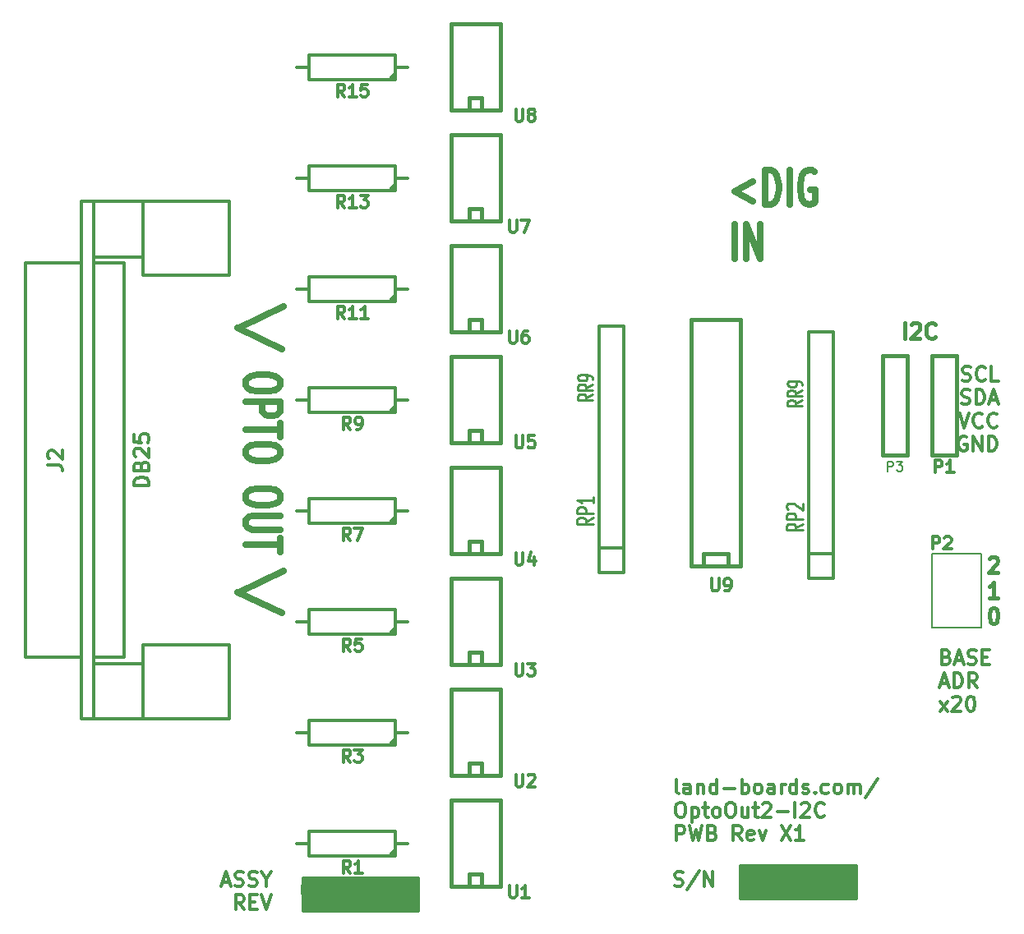
<source format=gto>
G04 (created by PCBNEW (2013-04-19 BZR 4011)-stable) date 04/06/2014 18:06:47*
%MOIN*%
G04 Gerber Fmt 3.4, Leading zero omitted, Abs format*
%FSLAX34Y34*%
G01*
G70*
G90*
G04 APERTURE LIST*
%ADD10C,0.006*%
%ADD11C,0.011811*%
%ADD12C,0.015625*%
%ADD13C,0.025*%
%ADD14C,0.015*%
%ADD15C,0.012*%
%ADD16C,0.008*%
%ADD17C,0.0125*%
%ADD18C,0.0107*%
%ADD19C,0.01*%
G04 APERTURE END LIST*
G54D10*
G54D11*
X35087Y-26679D02*
X35171Y-26707D01*
X35199Y-26735D01*
X35228Y-26792D01*
X35228Y-26876D01*
X35199Y-26932D01*
X35171Y-26960D01*
X35115Y-26989D01*
X34890Y-26989D01*
X34890Y-26398D01*
X35087Y-26398D01*
X35143Y-26426D01*
X35171Y-26454D01*
X35199Y-26510D01*
X35199Y-26567D01*
X35171Y-26623D01*
X35143Y-26651D01*
X35087Y-26679D01*
X34890Y-26679D01*
X35453Y-26820D02*
X35734Y-26820D01*
X35396Y-26989D02*
X35593Y-26398D01*
X35790Y-26989D01*
X35959Y-26960D02*
X36043Y-26989D01*
X36184Y-26989D01*
X36240Y-26960D01*
X36268Y-26932D01*
X36296Y-26876D01*
X36296Y-26820D01*
X36268Y-26764D01*
X36240Y-26735D01*
X36184Y-26707D01*
X36071Y-26679D01*
X36015Y-26651D01*
X35987Y-26623D01*
X35959Y-26567D01*
X35959Y-26510D01*
X35987Y-26454D01*
X36015Y-26426D01*
X36071Y-26398D01*
X36212Y-26398D01*
X36296Y-26426D01*
X36549Y-26679D02*
X36746Y-26679D01*
X36830Y-26989D02*
X36549Y-26989D01*
X36549Y-26398D01*
X36830Y-26398D01*
X34862Y-27765D02*
X35143Y-27765D01*
X34806Y-27933D02*
X35003Y-27343D01*
X35199Y-27933D01*
X35396Y-27933D02*
X35396Y-27343D01*
X35537Y-27343D01*
X35621Y-27371D01*
X35678Y-27427D01*
X35706Y-27483D01*
X35734Y-27596D01*
X35734Y-27680D01*
X35706Y-27793D01*
X35678Y-27849D01*
X35621Y-27905D01*
X35537Y-27933D01*
X35396Y-27933D01*
X36324Y-27933D02*
X36127Y-27652D01*
X35987Y-27933D02*
X35987Y-27343D01*
X36212Y-27343D01*
X36268Y-27371D01*
X36296Y-27399D01*
X36324Y-27455D01*
X36324Y-27540D01*
X36296Y-27596D01*
X36268Y-27624D01*
X36212Y-27652D01*
X35987Y-27652D01*
X34834Y-28878D02*
X35143Y-28485D01*
X34834Y-28485D02*
X35143Y-28878D01*
X35340Y-28344D02*
X35368Y-28316D01*
X35424Y-28288D01*
X35565Y-28288D01*
X35621Y-28316D01*
X35649Y-28344D01*
X35678Y-28400D01*
X35678Y-28456D01*
X35649Y-28541D01*
X35312Y-28878D01*
X35678Y-28878D01*
X36043Y-28288D02*
X36099Y-28288D01*
X36156Y-28316D01*
X36184Y-28344D01*
X36212Y-28400D01*
X36240Y-28513D01*
X36240Y-28653D01*
X36212Y-28766D01*
X36184Y-28822D01*
X36156Y-28850D01*
X36099Y-28878D01*
X36043Y-28878D01*
X35987Y-28850D01*
X35959Y-28822D01*
X35931Y-28766D01*
X35902Y-28653D01*
X35902Y-28513D01*
X35931Y-28400D01*
X35959Y-28344D01*
X35987Y-28316D01*
X36043Y-28288D01*
X24224Y-32239D02*
X24168Y-32210D01*
X24140Y-32154D01*
X24140Y-31648D01*
X24703Y-32239D02*
X24703Y-31929D01*
X24674Y-31873D01*
X24618Y-31845D01*
X24506Y-31845D01*
X24449Y-31873D01*
X24703Y-32210D02*
X24646Y-32239D01*
X24506Y-32239D01*
X24449Y-32210D01*
X24421Y-32154D01*
X24421Y-32098D01*
X24449Y-32042D01*
X24506Y-32014D01*
X24646Y-32014D01*
X24703Y-31985D01*
X24984Y-31845D02*
X24984Y-32239D01*
X24984Y-31901D02*
X25012Y-31873D01*
X25068Y-31845D01*
X25152Y-31845D01*
X25209Y-31873D01*
X25237Y-31929D01*
X25237Y-32239D01*
X25771Y-32239D02*
X25771Y-31648D01*
X25771Y-32210D02*
X25715Y-32239D01*
X25602Y-32239D01*
X25546Y-32210D01*
X25518Y-32182D01*
X25490Y-32126D01*
X25490Y-31957D01*
X25518Y-31901D01*
X25546Y-31873D01*
X25602Y-31845D01*
X25715Y-31845D01*
X25771Y-31873D01*
X26052Y-32014D02*
X26502Y-32014D01*
X26784Y-32239D02*
X26784Y-31648D01*
X26784Y-31873D02*
X26840Y-31845D01*
X26952Y-31845D01*
X27008Y-31873D01*
X27037Y-31901D01*
X27065Y-31957D01*
X27065Y-32126D01*
X27037Y-32182D01*
X27008Y-32210D01*
X26952Y-32239D01*
X26840Y-32239D01*
X26784Y-32210D01*
X27402Y-32239D02*
X27346Y-32210D01*
X27318Y-32182D01*
X27290Y-32126D01*
X27290Y-31957D01*
X27318Y-31901D01*
X27346Y-31873D01*
X27402Y-31845D01*
X27487Y-31845D01*
X27543Y-31873D01*
X27571Y-31901D01*
X27599Y-31957D01*
X27599Y-32126D01*
X27571Y-32182D01*
X27543Y-32210D01*
X27487Y-32239D01*
X27402Y-32239D01*
X28105Y-32239D02*
X28105Y-31929D01*
X28077Y-31873D01*
X28021Y-31845D01*
X27908Y-31845D01*
X27852Y-31873D01*
X28105Y-32210D02*
X28049Y-32239D01*
X27908Y-32239D01*
X27852Y-32210D01*
X27824Y-32154D01*
X27824Y-32098D01*
X27852Y-32042D01*
X27908Y-32014D01*
X28049Y-32014D01*
X28105Y-31985D01*
X28386Y-32239D02*
X28386Y-31845D01*
X28386Y-31957D02*
X28415Y-31901D01*
X28443Y-31873D01*
X28499Y-31845D01*
X28555Y-31845D01*
X29005Y-32239D02*
X29005Y-31648D01*
X29005Y-32210D02*
X28949Y-32239D01*
X28836Y-32239D01*
X28780Y-32210D01*
X28752Y-32182D01*
X28724Y-32126D01*
X28724Y-31957D01*
X28752Y-31901D01*
X28780Y-31873D01*
X28836Y-31845D01*
X28949Y-31845D01*
X29005Y-31873D01*
X29258Y-32210D02*
X29314Y-32239D01*
X29427Y-32239D01*
X29483Y-32210D01*
X29511Y-32154D01*
X29511Y-32126D01*
X29483Y-32070D01*
X29427Y-32042D01*
X29343Y-32042D01*
X29286Y-32014D01*
X29258Y-31957D01*
X29258Y-31929D01*
X29286Y-31873D01*
X29343Y-31845D01*
X29427Y-31845D01*
X29483Y-31873D01*
X29764Y-32182D02*
X29793Y-32210D01*
X29764Y-32239D01*
X29736Y-32210D01*
X29764Y-32182D01*
X29764Y-32239D01*
X30299Y-32210D02*
X30242Y-32239D01*
X30130Y-32239D01*
X30074Y-32210D01*
X30046Y-32182D01*
X30017Y-32126D01*
X30017Y-31957D01*
X30046Y-31901D01*
X30074Y-31873D01*
X30130Y-31845D01*
X30242Y-31845D01*
X30299Y-31873D01*
X30636Y-32239D02*
X30580Y-32210D01*
X30552Y-32182D01*
X30524Y-32126D01*
X30524Y-31957D01*
X30552Y-31901D01*
X30580Y-31873D01*
X30636Y-31845D01*
X30721Y-31845D01*
X30777Y-31873D01*
X30805Y-31901D01*
X30833Y-31957D01*
X30833Y-32126D01*
X30805Y-32182D01*
X30777Y-32210D01*
X30721Y-32239D01*
X30636Y-32239D01*
X31086Y-32239D02*
X31086Y-31845D01*
X31086Y-31901D02*
X31114Y-31873D01*
X31170Y-31845D01*
X31255Y-31845D01*
X31311Y-31873D01*
X31339Y-31929D01*
X31339Y-32239D01*
X31339Y-31929D02*
X31367Y-31873D01*
X31424Y-31845D01*
X31508Y-31845D01*
X31564Y-31873D01*
X31592Y-31929D01*
X31592Y-32239D01*
X32295Y-31620D02*
X31789Y-32379D01*
X24253Y-32593D02*
X24365Y-32593D01*
X24421Y-32621D01*
X24478Y-32677D01*
X24506Y-32790D01*
X24506Y-32987D01*
X24478Y-33099D01*
X24421Y-33155D01*
X24365Y-33183D01*
X24253Y-33183D01*
X24196Y-33155D01*
X24140Y-33099D01*
X24112Y-32987D01*
X24112Y-32790D01*
X24140Y-32677D01*
X24196Y-32621D01*
X24253Y-32593D01*
X24759Y-32790D02*
X24759Y-33380D01*
X24759Y-32818D02*
X24815Y-32790D01*
X24928Y-32790D01*
X24984Y-32818D01*
X25012Y-32846D01*
X25040Y-32902D01*
X25040Y-33071D01*
X25012Y-33127D01*
X24984Y-33155D01*
X24928Y-33183D01*
X24815Y-33183D01*
X24759Y-33155D01*
X25209Y-32790D02*
X25434Y-32790D01*
X25293Y-32593D02*
X25293Y-33099D01*
X25321Y-33155D01*
X25377Y-33183D01*
X25434Y-33183D01*
X25715Y-33183D02*
X25659Y-33155D01*
X25631Y-33127D01*
X25602Y-33071D01*
X25602Y-32902D01*
X25631Y-32846D01*
X25659Y-32818D01*
X25715Y-32790D01*
X25799Y-32790D01*
X25856Y-32818D01*
X25884Y-32846D01*
X25912Y-32902D01*
X25912Y-33071D01*
X25884Y-33127D01*
X25856Y-33155D01*
X25799Y-33183D01*
X25715Y-33183D01*
X26277Y-32593D02*
X26390Y-32593D01*
X26446Y-32621D01*
X26502Y-32677D01*
X26530Y-32790D01*
X26530Y-32987D01*
X26502Y-33099D01*
X26446Y-33155D01*
X26390Y-33183D01*
X26277Y-33183D01*
X26221Y-33155D01*
X26165Y-33099D01*
X26137Y-32987D01*
X26137Y-32790D01*
X26165Y-32677D01*
X26221Y-32621D01*
X26277Y-32593D01*
X27037Y-32790D02*
X27037Y-33183D01*
X26784Y-32790D02*
X26784Y-33099D01*
X26812Y-33155D01*
X26868Y-33183D01*
X26952Y-33183D01*
X27008Y-33155D01*
X27037Y-33127D01*
X27233Y-32790D02*
X27458Y-32790D01*
X27318Y-32593D02*
X27318Y-33099D01*
X27346Y-33155D01*
X27402Y-33183D01*
X27458Y-33183D01*
X27627Y-32649D02*
X27655Y-32621D01*
X27712Y-32593D01*
X27852Y-32593D01*
X27908Y-32621D01*
X27937Y-32649D01*
X27965Y-32705D01*
X27965Y-32762D01*
X27937Y-32846D01*
X27599Y-33183D01*
X27965Y-33183D01*
X28218Y-32958D02*
X28668Y-32958D01*
X28949Y-33183D02*
X28949Y-32593D01*
X29202Y-32649D02*
X29230Y-32621D01*
X29286Y-32593D01*
X29427Y-32593D01*
X29483Y-32621D01*
X29511Y-32649D01*
X29539Y-32705D01*
X29539Y-32762D01*
X29511Y-32846D01*
X29174Y-33183D01*
X29539Y-33183D01*
X30130Y-33127D02*
X30102Y-33155D01*
X30017Y-33183D01*
X29961Y-33183D01*
X29877Y-33155D01*
X29821Y-33099D01*
X29793Y-33043D01*
X29764Y-32930D01*
X29764Y-32846D01*
X29793Y-32733D01*
X29821Y-32677D01*
X29877Y-32621D01*
X29961Y-32593D01*
X30017Y-32593D01*
X30102Y-32621D01*
X30130Y-32649D01*
X24140Y-34128D02*
X24140Y-33538D01*
X24365Y-33538D01*
X24421Y-33566D01*
X24449Y-33594D01*
X24478Y-33650D01*
X24478Y-33735D01*
X24449Y-33791D01*
X24421Y-33819D01*
X24365Y-33847D01*
X24140Y-33847D01*
X24674Y-33538D02*
X24815Y-34128D01*
X24928Y-33706D01*
X25040Y-34128D01*
X25181Y-33538D01*
X25602Y-33819D02*
X25687Y-33847D01*
X25715Y-33875D01*
X25743Y-33931D01*
X25743Y-34016D01*
X25715Y-34072D01*
X25687Y-34100D01*
X25631Y-34128D01*
X25406Y-34128D01*
X25406Y-33538D01*
X25602Y-33538D01*
X25659Y-33566D01*
X25687Y-33594D01*
X25715Y-33650D01*
X25715Y-33706D01*
X25687Y-33763D01*
X25659Y-33791D01*
X25602Y-33819D01*
X25406Y-33819D01*
X26784Y-34128D02*
X26587Y-33847D01*
X26446Y-34128D02*
X26446Y-33538D01*
X26671Y-33538D01*
X26727Y-33566D01*
X26755Y-33594D01*
X26784Y-33650D01*
X26784Y-33735D01*
X26755Y-33791D01*
X26727Y-33819D01*
X26671Y-33847D01*
X26446Y-33847D01*
X27262Y-34100D02*
X27205Y-34128D01*
X27093Y-34128D01*
X27037Y-34100D01*
X27008Y-34044D01*
X27008Y-33819D01*
X27037Y-33763D01*
X27093Y-33735D01*
X27205Y-33735D01*
X27262Y-33763D01*
X27290Y-33819D01*
X27290Y-33875D01*
X27008Y-33931D01*
X27487Y-33735D02*
X27627Y-34128D01*
X27768Y-33735D01*
X28386Y-33538D02*
X28780Y-34128D01*
X28780Y-33538D02*
X28386Y-34128D01*
X29314Y-34128D02*
X28977Y-34128D01*
X29146Y-34128D02*
X29146Y-33538D01*
X29089Y-33622D01*
X29033Y-33678D01*
X28977Y-33706D01*
X24062Y-35960D02*
X24147Y-35989D01*
X24287Y-35989D01*
X24343Y-35960D01*
X24372Y-35932D01*
X24400Y-35876D01*
X24400Y-35820D01*
X24372Y-35764D01*
X24343Y-35735D01*
X24287Y-35707D01*
X24175Y-35679D01*
X24118Y-35651D01*
X24090Y-35623D01*
X24062Y-35567D01*
X24062Y-35510D01*
X24090Y-35454D01*
X24118Y-35426D01*
X24175Y-35398D01*
X24315Y-35398D01*
X24400Y-35426D01*
X25075Y-35370D02*
X24568Y-36129D01*
X25271Y-35989D02*
X25271Y-35398D01*
X25609Y-35989D01*
X25609Y-35398D01*
G54D12*
X33389Y-13752D02*
X33389Y-13127D01*
X33657Y-13187D02*
X33687Y-13157D01*
X33747Y-13127D01*
X33895Y-13127D01*
X33955Y-13157D01*
X33985Y-13187D01*
X34014Y-13247D01*
X34014Y-13306D01*
X33985Y-13395D01*
X33627Y-13752D01*
X34014Y-13752D01*
X34639Y-13693D02*
X34610Y-13723D01*
X34520Y-13752D01*
X34461Y-13752D01*
X34372Y-13723D01*
X34312Y-13663D01*
X34282Y-13604D01*
X34252Y-13485D01*
X34252Y-13395D01*
X34282Y-13276D01*
X34312Y-13217D01*
X34372Y-13157D01*
X34461Y-13127D01*
X34520Y-13127D01*
X34610Y-13157D01*
X34639Y-13187D01*
G54D11*
X35731Y-15460D02*
X35815Y-15489D01*
X35956Y-15489D01*
X36012Y-15460D01*
X36040Y-15432D01*
X36068Y-15376D01*
X36068Y-15320D01*
X36040Y-15264D01*
X36012Y-15235D01*
X35956Y-15207D01*
X35843Y-15179D01*
X35787Y-15151D01*
X35759Y-15123D01*
X35731Y-15067D01*
X35731Y-15010D01*
X35759Y-14954D01*
X35787Y-14926D01*
X35843Y-14898D01*
X35984Y-14898D01*
X36068Y-14926D01*
X36659Y-15432D02*
X36631Y-15460D01*
X36546Y-15489D01*
X36490Y-15489D01*
X36406Y-15460D01*
X36350Y-15404D01*
X36321Y-15348D01*
X36293Y-15235D01*
X36293Y-15151D01*
X36321Y-15039D01*
X36350Y-14982D01*
X36406Y-14926D01*
X36490Y-14898D01*
X36546Y-14898D01*
X36631Y-14926D01*
X36659Y-14954D01*
X37193Y-15489D02*
X36912Y-15489D01*
X36912Y-14898D01*
X35703Y-16405D02*
X35787Y-16433D01*
X35928Y-16433D01*
X35984Y-16405D01*
X36012Y-16377D01*
X36040Y-16321D01*
X36040Y-16265D01*
X36012Y-16208D01*
X35984Y-16180D01*
X35928Y-16152D01*
X35815Y-16124D01*
X35759Y-16096D01*
X35731Y-16068D01*
X35703Y-16012D01*
X35703Y-15955D01*
X35731Y-15899D01*
X35759Y-15871D01*
X35815Y-15843D01*
X35956Y-15843D01*
X36040Y-15871D01*
X36293Y-16433D02*
X36293Y-15843D01*
X36434Y-15843D01*
X36518Y-15871D01*
X36575Y-15927D01*
X36603Y-15983D01*
X36631Y-16096D01*
X36631Y-16180D01*
X36603Y-16293D01*
X36575Y-16349D01*
X36518Y-16405D01*
X36434Y-16433D01*
X36293Y-16433D01*
X36856Y-16265D02*
X37137Y-16265D01*
X36800Y-16433D02*
X36996Y-15843D01*
X37193Y-16433D01*
X35618Y-16788D02*
X35815Y-17378D01*
X36012Y-16788D01*
X36546Y-17322D02*
X36518Y-17350D01*
X36434Y-17378D01*
X36378Y-17378D01*
X36293Y-17350D01*
X36237Y-17294D01*
X36209Y-17238D01*
X36181Y-17125D01*
X36181Y-17041D01*
X36209Y-16928D01*
X36237Y-16872D01*
X36293Y-16816D01*
X36378Y-16788D01*
X36434Y-16788D01*
X36518Y-16816D01*
X36546Y-16844D01*
X37137Y-17322D02*
X37109Y-17350D01*
X37025Y-17378D01*
X36968Y-17378D01*
X36884Y-17350D01*
X36828Y-17294D01*
X36800Y-17238D01*
X36771Y-17125D01*
X36771Y-17041D01*
X36800Y-16928D01*
X36828Y-16872D01*
X36884Y-16816D01*
X36968Y-16788D01*
X37025Y-16788D01*
X37109Y-16816D01*
X37137Y-16844D01*
X35900Y-17761D02*
X35843Y-17733D01*
X35759Y-17733D01*
X35675Y-17761D01*
X35618Y-17817D01*
X35590Y-17873D01*
X35562Y-17986D01*
X35562Y-18070D01*
X35590Y-18183D01*
X35618Y-18239D01*
X35675Y-18295D01*
X35759Y-18323D01*
X35815Y-18323D01*
X35900Y-18295D01*
X35928Y-18267D01*
X35928Y-18070D01*
X35815Y-18070D01*
X36181Y-18323D02*
X36181Y-17733D01*
X36518Y-18323D01*
X36518Y-17733D01*
X36800Y-18323D02*
X36800Y-17733D01*
X36940Y-17733D01*
X37025Y-17761D01*
X37081Y-17817D01*
X37109Y-17873D01*
X37137Y-17986D01*
X37137Y-18070D01*
X37109Y-18183D01*
X37081Y-18239D01*
X37025Y-18295D01*
X36940Y-18323D01*
X36800Y-18323D01*
G54D12*
X36821Y-22687D02*
X36851Y-22657D01*
X36910Y-22627D01*
X37059Y-22627D01*
X37119Y-22657D01*
X37148Y-22687D01*
X37178Y-22747D01*
X37178Y-22806D01*
X37148Y-22895D01*
X36791Y-23252D01*
X37178Y-23252D01*
X37178Y-24284D02*
X36821Y-24284D01*
X37000Y-24284D02*
X37000Y-23659D01*
X36940Y-23748D01*
X36880Y-23808D01*
X36821Y-23837D01*
X36970Y-24690D02*
X37029Y-24690D01*
X37089Y-24720D01*
X37119Y-24750D01*
X37148Y-24809D01*
X37178Y-24928D01*
X37178Y-25077D01*
X37148Y-25196D01*
X37119Y-25255D01*
X37089Y-25285D01*
X37029Y-25315D01*
X36970Y-25315D01*
X36910Y-25285D01*
X36880Y-25255D01*
X36851Y-25196D01*
X36821Y-25077D01*
X36821Y-24928D01*
X36851Y-24809D01*
X36880Y-24750D01*
X36910Y-24720D01*
X36970Y-24690D01*
G54D13*
X8216Y-12476D02*
X6416Y-13333D01*
X8150Y-14190D02*
X6350Y-13333D01*
X8083Y-15476D02*
X8083Y-15666D01*
X8016Y-15761D01*
X7883Y-15857D01*
X7616Y-15904D01*
X7150Y-15904D01*
X6883Y-15857D01*
X6750Y-15761D01*
X6683Y-15666D01*
X6683Y-15476D01*
X6750Y-15380D01*
X6883Y-15285D01*
X7150Y-15238D01*
X7616Y-15238D01*
X7883Y-15285D01*
X8016Y-15380D01*
X8083Y-15476D01*
X6683Y-16333D02*
X8083Y-16333D01*
X8083Y-16714D01*
X8016Y-16809D01*
X7950Y-16857D01*
X7816Y-16904D01*
X7616Y-16904D01*
X7483Y-16857D01*
X7416Y-16809D01*
X7350Y-16714D01*
X7350Y-16333D01*
X8083Y-17190D02*
X8083Y-17761D01*
X6683Y-17476D02*
X8083Y-17476D01*
X8083Y-18285D02*
X8083Y-18476D01*
X8016Y-18571D01*
X7883Y-18666D01*
X7616Y-18714D01*
X7150Y-18714D01*
X6883Y-18666D01*
X6750Y-18571D01*
X6683Y-18476D01*
X6683Y-18285D01*
X6750Y-18190D01*
X6883Y-18095D01*
X7150Y-18047D01*
X7616Y-18047D01*
X7883Y-18095D01*
X8016Y-18190D01*
X8083Y-18285D01*
X8083Y-20095D02*
X8083Y-20285D01*
X8016Y-20380D01*
X7883Y-20476D01*
X7616Y-20523D01*
X7150Y-20523D01*
X6883Y-20476D01*
X6750Y-20380D01*
X6683Y-20285D01*
X6683Y-20095D01*
X6750Y-20000D01*
X6883Y-19904D01*
X7150Y-19857D01*
X7616Y-19857D01*
X7883Y-19904D01*
X8016Y-20000D01*
X8083Y-20095D01*
X8083Y-20952D02*
X6950Y-20952D01*
X6816Y-21000D01*
X6750Y-21047D01*
X6683Y-21142D01*
X6683Y-21333D01*
X6750Y-21428D01*
X6816Y-21476D01*
X6950Y-21523D01*
X8083Y-21523D01*
X8083Y-21857D02*
X8083Y-22428D01*
X6683Y-22142D02*
X8083Y-22142D01*
X8216Y-23190D02*
X6416Y-24047D01*
X8150Y-24904D02*
X6350Y-24047D01*
X27250Y-7383D02*
X26488Y-7783D01*
X27250Y-8183D01*
X27726Y-8316D02*
X27726Y-6916D01*
X27964Y-6916D01*
X28107Y-6983D01*
X28202Y-7116D01*
X28250Y-7250D01*
X28297Y-7516D01*
X28297Y-7716D01*
X28250Y-7983D01*
X28202Y-8116D01*
X28107Y-8250D01*
X27964Y-8316D01*
X27726Y-8316D01*
X28726Y-8316D02*
X28726Y-6916D01*
X29726Y-6983D02*
X29630Y-6916D01*
X29488Y-6916D01*
X29345Y-6983D01*
X29250Y-7116D01*
X29202Y-7250D01*
X29154Y-7516D01*
X29154Y-7716D01*
X29202Y-7983D01*
X29250Y-8116D01*
X29345Y-8250D01*
X29488Y-8316D01*
X29583Y-8316D01*
X29726Y-8250D01*
X29773Y-8183D01*
X29773Y-7716D01*
X29583Y-7716D01*
X26488Y-10526D02*
X26488Y-9126D01*
X26964Y-10526D02*
X26964Y-9126D01*
X27535Y-10526D01*
X27535Y-9126D01*
G54D11*
X5725Y-35820D02*
X6006Y-35820D01*
X5669Y-35989D02*
X5865Y-35398D01*
X6062Y-35989D01*
X6231Y-35960D02*
X6315Y-35989D01*
X6456Y-35989D01*
X6512Y-35960D01*
X6540Y-35932D01*
X6568Y-35876D01*
X6568Y-35820D01*
X6540Y-35764D01*
X6512Y-35735D01*
X6456Y-35707D01*
X6343Y-35679D01*
X6287Y-35651D01*
X6259Y-35623D01*
X6231Y-35567D01*
X6231Y-35510D01*
X6259Y-35454D01*
X6287Y-35426D01*
X6343Y-35398D01*
X6484Y-35398D01*
X6568Y-35426D01*
X6793Y-35960D02*
X6878Y-35989D01*
X7018Y-35989D01*
X7075Y-35960D01*
X7103Y-35932D01*
X7131Y-35876D01*
X7131Y-35820D01*
X7103Y-35764D01*
X7075Y-35735D01*
X7018Y-35707D01*
X6906Y-35679D01*
X6850Y-35651D01*
X6821Y-35623D01*
X6793Y-35567D01*
X6793Y-35510D01*
X6821Y-35454D01*
X6850Y-35426D01*
X6906Y-35398D01*
X7046Y-35398D01*
X7131Y-35426D01*
X7496Y-35707D02*
X7496Y-35989D01*
X7300Y-35398D02*
X7496Y-35707D01*
X7693Y-35398D01*
X6597Y-36933D02*
X6400Y-36652D01*
X6259Y-36933D02*
X6259Y-36343D01*
X6484Y-36343D01*
X6540Y-36371D01*
X6568Y-36399D01*
X6597Y-36455D01*
X6597Y-36540D01*
X6568Y-36596D01*
X6540Y-36624D01*
X6484Y-36652D01*
X6259Y-36652D01*
X6850Y-36624D02*
X7046Y-36624D01*
X7131Y-36933D02*
X6850Y-36933D01*
X6850Y-36343D01*
X7131Y-36343D01*
X7300Y-36343D02*
X7496Y-36933D01*
X7693Y-36343D01*
G54D13*
X31350Y-36250D02*
X26850Y-36250D01*
X26850Y-36250D02*
X26850Y-36000D01*
X26850Y-36000D02*
X31350Y-36000D01*
X31350Y-36000D02*
X31350Y-35750D01*
X31350Y-35750D02*
X26800Y-35750D01*
X26800Y-35750D02*
X26800Y-35500D01*
X26800Y-35500D02*
X31350Y-35500D01*
X31350Y-35500D02*
X31350Y-35300D01*
X31350Y-35300D02*
X26850Y-35300D01*
G54D14*
X26750Y-36450D02*
X31400Y-36450D01*
X31400Y-36450D02*
X31400Y-35150D01*
X31400Y-35150D02*
X26750Y-35150D01*
X26750Y-35150D02*
X26750Y-36450D01*
G54D15*
X12750Y-3250D02*
X12750Y-2250D01*
X12750Y-2250D02*
X9250Y-2250D01*
X9250Y-2250D02*
X9250Y-3250D01*
X9250Y-3250D02*
X12750Y-3250D01*
X12750Y-3000D02*
X12500Y-3250D01*
X12750Y-2750D02*
X13250Y-2750D01*
X9250Y-2750D02*
X8750Y-2750D01*
X12750Y-7750D02*
X12750Y-6750D01*
X12750Y-6750D02*
X9250Y-6750D01*
X9250Y-6750D02*
X9250Y-7750D01*
X9250Y-7750D02*
X12750Y-7750D01*
X12750Y-7500D02*
X12500Y-7750D01*
X12750Y-7250D02*
X13250Y-7250D01*
X9250Y-7250D02*
X8750Y-7250D01*
X12750Y-12250D02*
X12750Y-11250D01*
X12750Y-11250D02*
X9250Y-11250D01*
X9250Y-11250D02*
X9250Y-12250D01*
X9250Y-12250D02*
X12750Y-12250D01*
X12750Y-12000D02*
X12500Y-12250D01*
X12750Y-11750D02*
X13250Y-11750D01*
X9250Y-11750D02*
X8750Y-11750D01*
X12750Y-16750D02*
X12750Y-15750D01*
X12750Y-15750D02*
X9250Y-15750D01*
X9250Y-15750D02*
X9250Y-16750D01*
X9250Y-16750D02*
X12750Y-16750D01*
X12750Y-16500D02*
X12500Y-16750D01*
X12750Y-16250D02*
X13250Y-16250D01*
X9250Y-16250D02*
X8750Y-16250D01*
X12750Y-21250D02*
X12750Y-20250D01*
X12750Y-20250D02*
X9250Y-20250D01*
X9250Y-20250D02*
X9250Y-21250D01*
X9250Y-21250D02*
X12750Y-21250D01*
X12750Y-21000D02*
X12500Y-21250D01*
X12750Y-20750D02*
X13250Y-20750D01*
X9250Y-20750D02*
X8750Y-20750D01*
X12750Y-25750D02*
X12750Y-24750D01*
X12750Y-24750D02*
X9250Y-24750D01*
X9250Y-24750D02*
X9250Y-25750D01*
X9250Y-25750D02*
X12750Y-25750D01*
X12750Y-25500D02*
X12500Y-25750D01*
X12750Y-25250D02*
X13250Y-25250D01*
X9250Y-25250D02*
X8750Y-25250D01*
X12750Y-34750D02*
X12750Y-33750D01*
X12750Y-33750D02*
X9250Y-33750D01*
X9250Y-33750D02*
X9250Y-34750D01*
X9250Y-34750D02*
X12750Y-34750D01*
X12750Y-34500D02*
X12500Y-34750D01*
X12750Y-34250D02*
X13250Y-34250D01*
X9250Y-34250D02*
X8750Y-34250D01*
X12750Y-30250D02*
X12750Y-29250D01*
X12750Y-29250D02*
X9250Y-29250D01*
X9250Y-29250D02*
X9250Y-30250D01*
X9250Y-30250D02*
X12750Y-30250D01*
X12750Y-30000D02*
X12500Y-30250D01*
X12750Y-29750D02*
X13250Y-29750D01*
X9250Y-29750D02*
X8750Y-29750D01*
G54D14*
X15000Y-36000D02*
X15000Y-32500D01*
X15000Y-32500D02*
X17000Y-32500D01*
X17000Y-32500D02*
X17000Y-36000D01*
X17000Y-36000D02*
X15000Y-36000D01*
X15750Y-36000D02*
X15750Y-35500D01*
X15750Y-35500D02*
X16250Y-35500D01*
X16250Y-35500D02*
X16250Y-36000D01*
X15000Y-4500D02*
X15000Y-1000D01*
X15000Y-1000D02*
X17000Y-1000D01*
X17000Y-1000D02*
X17000Y-4500D01*
X17000Y-4500D02*
X15000Y-4500D01*
X15750Y-4500D02*
X15750Y-4000D01*
X15750Y-4000D02*
X16250Y-4000D01*
X16250Y-4000D02*
X16250Y-4500D01*
X15000Y-9000D02*
X15000Y-5500D01*
X15000Y-5500D02*
X17000Y-5500D01*
X17000Y-5500D02*
X17000Y-9000D01*
X17000Y-9000D02*
X15000Y-9000D01*
X15750Y-9000D02*
X15750Y-8500D01*
X15750Y-8500D02*
X16250Y-8500D01*
X16250Y-8500D02*
X16250Y-9000D01*
X15000Y-13500D02*
X15000Y-10000D01*
X15000Y-10000D02*
X17000Y-10000D01*
X17000Y-10000D02*
X17000Y-13500D01*
X17000Y-13500D02*
X15000Y-13500D01*
X15750Y-13500D02*
X15750Y-13000D01*
X15750Y-13000D02*
X16250Y-13000D01*
X16250Y-13000D02*
X16250Y-13500D01*
X15000Y-18000D02*
X15000Y-14500D01*
X15000Y-14500D02*
X17000Y-14500D01*
X17000Y-14500D02*
X17000Y-18000D01*
X17000Y-18000D02*
X15000Y-18000D01*
X15750Y-18000D02*
X15750Y-17500D01*
X15750Y-17500D02*
X16250Y-17500D01*
X16250Y-17500D02*
X16250Y-18000D01*
X15000Y-22500D02*
X15000Y-19000D01*
X15000Y-19000D02*
X17000Y-19000D01*
X17000Y-19000D02*
X17000Y-22500D01*
X17000Y-22500D02*
X15000Y-22500D01*
X15750Y-22500D02*
X15750Y-22000D01*
X15750Y-22000D02*
X16250Y-22000D01*
X16250Y-22000D02*
X16250Y-22500D01*
X15000Y-27000D02*
X15000Y-23500D01*
X15000Y-23500D02*
X17000Y-23500D01*
X17000Y-23500D02*
X17000Y-27000D01*
X17000Y-27000D02*
X15000Y-27000D01*
X15750Y-27000D02*
X15750Y-26500D01*
X15750Y-26500D02*
X16250Y-26500D01*
X16250Y-26500D02*
X16250Y-27000D01*
X15000Y-31500D02*
X15000Y-28000D01*
X15000Y-28000D02*
X17000Y-28000D01*
X17000Y-28000D02*
X17000Y-31500D01*
X17000Y-31500D02*
X15000Y-31500D01*
X15750Y-31500D02*
X15750Y-31000D01*
X15750Y-31000D02*
X16250Y-31000D01*
X16250Y-31000D02*
X16250Y-31500D01*
G54D13*
X13600Y-36750D02*
X9100Y-36750D01*
X9100Y-36750D02*
X9100Y-36500D01*
X9100Y-36500D02*
X13600Y-36500D01*
X13600Y-36500D02*
X13600Y-36250D01*
X13600Y-36250D02*
X9050Y-36250D01*
X9050Y-36250D02*
X9050Y-36000D01*
X9050Y-36000D02*
X13600Y-36000D01*
X13600Y-36000D02*
X13600Y-35800D01*
X13600Y-35800D02*
X9100Y-35800D01*
G54D14*
X9000Y-36950D02*
X13650Y-36950D01*
X13650Y-36950D02*
X13650Y-35650D01*
X13650Y-35650D02*
X9000Y-35650D01*
X9000Y-35650D02*
X9000Y-36950D01*
X34508Y-18492D02*
X34508Y-14457D01*
X34508Y-14457D02*
X35492Y-14457D01*
X34508Y-18492D02*
X35492Y-18492D01*
X35492Y-18492D02*
X35492Y-14457D01*
G54D16*
X34500Y-25500D02*
X34500Y-22500D01*
X36500Y-22500D02*
X36500Y-25500D01*
X36500Y-25500D02*
X34500Y-25500D01*
X34500Y-22500D02*
X36500Y-22500D01*
G54D14*
X25250Y-23000D02*
X25250Y-22500D01*
X25250Y-22500D02*
X26250Y-22500D01*
X26250Y-22500D02*
X26250Y-23000D01*
X24750Y-23000D02*
X24750Y-13000D01*
X24750Y-13000D02*
X26750Y-13000D01*
X26750Y-13000D02*
X26750Y-23000D01*
X26750Y-23000D02*
X24750Y-23000D01*
G54D15*
X500Y-8200D02*
X6000Y-8200D01*
X2500Y-11200D02*
X6000Y-11200D01*
X500Y-10450D02*
X2500Y-10450D01*
X500Y-26950D02*
X2500Y-26950D01*
X2500Y-26200D02*
X6000Y-26200D01*
X6000Y-29200D02*
X500Y-29200D01*
X2500Y-8200D02*
X2500Y-11200D01*
X2500Y-29200D02*
X2500Y-26200D01*
X1750Y-10700D02*
X500Y-10700D01*
X1750Y-26700D02*
X500Y-26700D01*
X-2250Y-10700D02*
X0Y-10700D01*
X-2250Y-26700D02*
X0Y-26700D01*
X500Y-8200D02*
X0Y-8200D01*
X0Y-8200D02*
X0Y-29200D01*
X0Y-29200D02*
X500Y-29200D01*
X500Y-29200D02*
X500Y-8200D01*
X6000Y-11200D02*
X6000Y-8200D01*
X1750Y-26700D02*
X1750Y-10700D01*
X-2250Y-26700D02*
X-2250Y-10700D01*
X6000Y-29200D02*
X6000Y-26200D01*
X22000Y-23250D02*
X21000Y-23250D01*
X21000Y-23250D02*
X21000Y-13250D01*
X21000Y-13250D02*
X22000Y-13250D01*
X22000Y-13250D02*
X22000Y-23250D01*
X22000Y-22250D02*
X21000Y-22250D01*
X30500Y-23500D02*
X29500Y-23500D01*
X29500Y-23500D02*
X29500Y-13500D01*
X29500Y-13500D02*
X30500Y-13500D01*
X30500Y-13500D02*
X30500Y-23500D01*
X30500Y-22500D02*
X29500Y-22500D01*
G54D14*
X32508Y-18492D02*
X32508Y-14457D01*
X32508Y-14457D02*
X33492Y-14457D01*
X32508Y-18492D02*
X33492Y-18492D01*
X33492Y-18492D02*
X33492Y-14457D01*
G54D17*
X10678Y-3952D02*
X10511Y-3714D01*
X10392Y-3952D02*
X10392Y-3452D01*
X10583Y-3452D01*
X10630Y-3476D01*
X10654Y-3500D01*
X10678Y-3547D01*
X10678Y-3619D01*
X10654Y-3666D01*
X10630Y-3690D01*
X10583Y-3714D01*
X10392Y-3714D01*
X11154Y-3952D02*
X10869Y-3952D01*
X11011Y-3952D02*
X11011Y-3452D01*
X10964Y-3523D01*
X10916Y-3571D01*
X10869Y-3595D01*
X11607Y-3452D02*
X11369Y-3452D01*
X11345Y-3690D01*
X11369Y-3666D01*
X11416Y-3642D01*
X11535Y-3642D01*
X11583Y-3666D01*
X11607Y-3690D01*
X11630Y-3738D01*
X11630Y-3857D01*
X11607Y-3904D01*
X11583Y-3928D01*
X11535Y-3952D01*
X11416Y-3952D01*
X11369Y-3928D01*
X11345Y-3904D01*
X10678Y-8452D02*
X10511Y-8214D01*
X10392Y-8452D02*
X10392Y-7952D01*
X10583Y-7952D01*
X10630Y-7976D01*
X10654Y-8000D01*
X10678Y-8047D01*
X10678Y-8119D01*
X10654Y-8166D01*
X10630Y-8190D01*
X10583Y-8214D01*
X10392Y-8214D01*
X11154Y-8452D02*
X10869Y-8452D01*
X11011Y-8452D02*
X11011Y-7952D01*
X10964Y-8023D01*
X10916Y-8071D01*
X10869Y-8095D01*
X11321Y-7952D02*
X11630Y-7952D01*
X11464Y-8142D01*
X11535Y-8142D01*
X11583Y-8166D01*
X11607Y-8190D01*
X11630Y-8238D01*
X11630Y-8357D01*
X11607Y-8404D01*
X11583Y-8428D01*
X11535Y-8452D01*
X11392Y-8452D01*
X11345Y-8428D01*
X11321Y-8404D01*
X10678Y-12952D02*
X10511Y-12714D01*
X10392Y-12952D02*
X10392Y-12452D01*
X10583Y-12452D01*
X10630Y-12476D01*
X10654Y-12500D01*
X10678Y-12547D01*
X10678Y-12619D01*
X10654Y-12666D01*
X10630Y-12690D01*
X10583Y-12714D01*
X10392Y-12714D01*
X11154Y-12952D02*
X10869Y-12952D01*
X11011Y-12952D02*
X11011Y-12452D01*
X10964Y-12523D01*
X10916Y-12571D01*
X10869Y-12595D01*
X11630Y-12952D02*
X11345Y-12952D01*
X11488Y-12952D02*
X11488Y-12452D01*
X11440Y-12523D01*
X11392Y-12571D01*
X11345Y-12595D01*
X10916Y-17452D02*
X10750Y-17214D01*
X10630Y-17452D02*
X10630Y-16952D01*
X10821Y-16952D01*
X10869Y-16976D01*
X10892Y-17000D01*
X10916Y-17047D01*
X10916Y-17119D01*
X10892Y-17166D01*
X10869Y-17190D01*
X10821Y-17214D01*
X10630Y-17214D01*
X11154Y-17452D02*
X11250Y-17452D01*
X11297Y-17428D01*
X11321Y-17404D01*
X11369Y-17333D01*
X11392Y-17238D01*
X11392Y-17047D01*
X11369Y-17000D01*
X11345Y-16976D01*
X11297Y-16952D01*
X11202Y-16952D01*
X11154Y-16976D01*
X11130Y-17000D01*
X11107Y-17047D01*
X11107Y-17166D01*
X11130Y-17214D01*
X11154Y-17238D01*
X11202Y-17261D01*
X11297Y-17261D01*
X11345Y-17238D01*
X11369Y-17214D01*
X11392Y-17166D01*
X10916Y-21952D02*
X10750Y-21714D01*
X10630Y-21952D02*
X10630Y-21452D01*
X10821Y-21452D01*
X10869Y-21476D01*
X10892Y-21500D01*
X10916Y-21547D01*
X10916Y-21619D01*
X10892Y-21666D01*
X10869Y-21690D01*
X10821Y-21714D01*
X10630Y-21714D01*
X11083Y-21452D02*
X11416Y-21452D01*
X11202Y-21952D01*
X10916Y-26452D02*
X10750Y-26214D01*
X10630Y-26452D02*
X10630Y-25952D01*
X10821Y-25952D01*
X10869Y-25976D01*
X10892Y-26000D01*
X10916Y-26047D01*
X10916Y-26119D01*
X10892Y-26166D01*
X10869Y-26190D01*
X10821Y-26214D01*
X10630Y-26214D01*
X11369Y-25952D02*
X11130Y-25952D01*
X11107Y-26190D01*
X11130Y-26166D01*
X11178Y-26142D01*
X11297Y-26142D01*
X11345Y-26166D01*
X11369Y-26190D01*
X11392Y-26238D01*
X11392Y-26357D01*
X11369Y-26404D01*
X11345Y-26428D01*
X11297Y-26452D01*
X11178Y-26452D01*
X11130Y-26428D01*
X11107Y-26404D01*
X10916Y-35452D02*
X10750Y-35214D01*
X10630Y-35452D02*
X10630Y-34952D01*
X10821Y-34952D01*
X10869Y-34976D01*
X10892Y-35000D01*
X10916Y-35047D01*
X10916Y-35119D01*
X10892Y-35166D01*
X10869Y-35190D01*
X10821Y-35214D01*
X10630Y-35214D01*
X11392Y-35452D02*
X11107Y-35452D01*
X11250Y-35452D02*
X11250Y-34952D01*
X11202Y-35023D01*
X11154Y-35071D01*
X11107Y-35095D01*
X10916Y-30952D02*
X10750Y-30714D01*
X10630Y-30952D02*
X10630Y-30452D01*
X10821Y-30452D01*
X10869Y-30476D01*
X10892Y-30500D01*
X10916Y-30547D01*
X10916Y-30619D01*
X10892Y-30666D01*
X10869Y-30690D01*
X10821Y-30714D01*
X10630Y-30714D01*
X11083Y-30452D02*
X11392Y-30452D01*
X11226Y-30642D01*
X11297Y-30642D01*
X11345Y-30666D01*
X11369Y-30690D01*
X11392Y-30738D01*
X11392Y-30857D01*
X11369Y-30904D01*
X11345Y-30928D01*
X11297Y-30952D01*
X11154Y-30952D01*
X11107Y-30928D01*
X11083Y-30904D01*
X17369Y-35952D02*
X17369Y-36357D01*
X17392Y-36404D01*
X17416Y-36428D01*
X17464Y-36452D01*
X17559Y-36452D01*
X17607Y-36428D01*
X17630Y-36404D01*
X17654Y-36357D01*
X17654Y-35952D01*
X18154Y-36452D02*
X17869Y-36452D01*
X18011Y-36452D02*
X18011Y-35952D01*
X17964Y-36023D01*
X17916Y-36071D01*
X17869Y-36095D01*
X17619Y-4452D02*
X17619Y-4857D01*
X17642Y-4904D01*
X17666Y-4928D01*
X17714Y-4952D01*
X17809Y-4952D01*
X17857Y-4928D01*
X17880Y-4904D01*
X17904Y-4857D01*
X17904Y-4452D01*
X18214Y-4666D02*
X18166Y-4642D01*
X18142Y-4619D01*
X18119Y-4571D01*
X18119Y-4547D01*
X18142Y-4500D01*
X18166Y-4476D01*
X18214Y-4452D01*
X18309Y-4452D01*
X18357Y-4476D01*
X18380Y-4500D01*
X18404Y-4547D01*
X18404Y-4571D01*
X18380Y-4619D01*
X18357Y-4642D01*
X18309Y-4666D01*
X18214Y-4666D01*
X18166Y-4690D01*
X18142Y-4714D01*
X18119Y-4761D01*
X18119Y-4857D01*
X18142Y-4904D01*
X18166Y-4928D01*
X18214Y-4952D01*
X18309Y-4952D01*
X18357Y-4928D01*
X18380Y-4904D01*
X18404Y-4857D01*
X18404Y-4761D01*
X18380Y-4714D01*
X18357Y-4690D01*
X18309Y-4666D01*
X17369Y-8952D02*
X17369Y-9357D01*
X17392Y-9404D01*
X17416Y-9428D01*
X17464Y-9452D01*
X17559Y-9452D01*
X17607Y-9428D01*
X17630Y-9404D01*
X17654Y-9357D01*
X17654Y-8952D01*
X17845Y-8952D02*
X18178Y-8952D01*
X17964Y-9452D01*
X17369Y-13452D02*
X17369Y-13857D01*
X17392Y-13904D01*
X17416Y-13928D01*
X17464Y-13952D01*
X17559Y-13952D01*
X17607Y-13928D01*
X17630Y-13904D01*
X17654Y-13857D01*
X17654Y-13452D01*
X18107Y-13452D02*
X18011Y-13452D01*
X17964Y-13476D01*
X17940Y-13500D01*
X17892Y-13571D01*
X17869Y-13666D01*
X17869Y-13857D01*
X17892Y-13904D01*
X17916Y-13928D01*
X17964Y-13952D01*
X18059Y-13952D01*
X18107Y-13928D01*
X18130Y-13904D01*
X18154Y-13857D01*
X18154Y-13738D01*
X18130Y-13690D01*
X18107Y-13666D01*
X18059Y-13642D01*
X17964Y-13642D01*
X17916Y-13666D01*
X17892Y-13690D01*
X17869Y-13738D01*
X17619Y-17702D02*
X17619Y-18107D01*
X17642Y-18154D01*
X17666Y-18178D01*
X17714Y-18202D01*
X17809Y-18202D01*
X17857Y-18178D01*
X17880Y-18154D01*
X17904Y-18107D01*
X17904Y-17702D01*
X18380Y-17702D02*
X18142Y-17702D01*
X18119Y-17940D01*
X18142Y-17916D01*
X18190Y-17892D01*
X18309Y-17892D01*
X18357Y-17916D01*
X18380Y-17940D01*
X18404Y-17988D01*
X18404Y-18107D01*
X18380Y-18154D01*
X18357Y-18178D01*
X18309Y-18202D01*
X18190Y-18202D01*
X18142Y-18178D01*
X18119Y-18154D01*
X17619Y-22452D02*
X17619Y-22857D01*
X17642Y-22904D01*
X17666Y-22928D01*
X17714Y-22952D01*
X17809Y-22952D01*
X17857Y-22928D01*
X17880Y-22904D01*
X17904Y-22857D01*
X17904Y-22452D01*
X18357Y-22619D02*
X18357Y-22952D01*
X18238Y-22428D02*
X18119Y-22785D01*
X18428Y-22785D01*
X17619Y-26952D02*
X17619Y-27357D01*
X17642Y-27404D01*
X17666Y-27428D01*
X17714Y-27452D01*
X17809Y-27452D01*
X17857Y-27428D01*
X17880Y-27404D01*
X17904Y-27357D01*
X17904Y-26952D01*
X18095Y-26952D02*
X18404Y-26952D01*
X18238Y-27142D01*
X18309Y-27142D01*
X18357Y-27166D01*
X18380Y-27190D01*
X18404Y-27238D01*
X18404Y-27357D01*
X18380Y-27404D01*
X18357Y-27428D01*
X18309Y-27452D01*
X18166Y-27452D01*
X18119Y-27428D01*
X18095Y-27404D01*
X17619Y-31452D02*
X17619Y-31857D01*
X17642Y-31904D01*
X17666Y-31928D01*
X17714Y-31952D01*
X17809Y-31952D01*
X17857Y-31928D01*
X17880Y-31904D01*
X17904Y-31857D01*
X17904Y-31452D01*
X18119Y-31500D02*
X18142Y-31476D01*
X18190Y-31452D01*
X18309Y-31452D01*
X18357Y-31476D01*
X18380Y-31500D01*
X18404Y-31547D01*
X18404Y-31595D01*
X18380Y-31666D01*
X18095Y-31952D01*
X18404Y-31952D01*
X34630Y-19202D02*
X34630Y-18702D01*
X34821Y-18702D01*
X34869Y-18726D01*
X34892Y-18750D01*
X34916Y-18797D01*
X34916Y-18869D01*
X34892Y-18916D01*
X34869Y-18940D01*
X34821Y-18964D01*
X34630Y-18964D01*
X35392Y-19202D02*
X35107Y-19202D01*
X35250Y-19202D02*
X35250Y-18702D01*
X35202Y-18773D01*
X35154Y-18821D01*
X35107Y-18845D01*
X34530Y-22302D02*
X34530Y-21802D01*
X34721Y-21802D01*
X34769Y-21826D01*
X34792Y-21850D01*
X34816Y-21897D01*
X34816Y-21969D01*
X34792Y-22016D01*
X34769Y-22040D01*
X34721Y-22064D01*
X34530Y-22064D01*
X35007Y-21850D02*
X35030Y-21826D01*
X35078Y-21802D01*
X35197Y-21802D01*
X35245Y-21826D01*
X35269Y-21850D01*
X35292Y-21897D01*
X35292Y-21945D01*
X35269Y-22016D01*
X34983Y-22302D01*
X35292Y-22302D01*
X25569Y-23502D02*
X25569Y-23907D01*
X25592Y-23954D01*
X25616Y-23978D01*
X25664Y-24002D01*
X25759Y-24002D01*
X25807Y-23978D01*
X25830Y-23954D01*
X25854Y-23907D01*
X25854Y-23502D01*
X26116Y-24002D02*
X26211Y-24002D01*
X26259Y-23978D01*
X26283Y-23954D01*
X26330Y-23883D01*
X26354Y-23788D01*
X26354Y-23597D01*
X26330Y-23550D01*
X26307Y-23526D01*
X26259Y-23502D01*
X26164Y-23502D01*
X26116Y-23526D01*
X26092Y-23550D01*
X26069Y-23597D01*
X26069Y-23716D01*
X26092Y-23764D01*
X26116Y-23788D01*
X26164Y-23811D01*
X26259Y-23811D01*
X26307Y-23788D01*
X26330Y-23764D01*
X26354Y-23716D01*
G54D15*
X-1357Y-18900D02*
X-928Y-18900D01*
X-842Y-18929D01*
X-785Y-18986D01*
X-757Y-19072D01*
X-757Y-19129D01*
X-1300Y-18643D02*
X-1328Y-18615D01*
X-1357Y-18557D01*
X-1357Y-18415D01*
X-1328Y-18357D01*
X-1300Y-18329D01*
X-1242Y-18300D01*
X-1185Y-18300D01*
X-1100Y-18329D01*
X-757Y-18672D01*
X-757Y-18300D01*
X2742Y-19729D02*
X2142Y-19729D01*
X2142Y-19586D01*
X2171Y-19500D01*
X2228Y-19443D01*
X2285Y-19415D01*
X2400Y-19386D01*
X2485Y-19386D01*
X2600Y-19415D01*
X2657Y-19443D01*
X2714Y-19500D01*
X2742Y-19586D01*
X2742Y-19729D01*
X2428Y-18929D02*
X2457Y-18843D01*
X2485Y-18815D01*
X2542Y-18786D01*
X2628Y-18786D01*
X2685Y-18815D01*
X2714Y-18843D01*
X2742Y-18900D01*
X2742Y-19129D01*
X2142Y-19129D01*
X2142Y-18929D01*
X2171Y-18872D01*
X2200Y-18843D01*
X2257Y-18815D01*
X2314Y-18815D01*
X2371Y-18843D01*
X2400Y-18872D01*
X2428Y-18929D01*
X2428Y-19129D01*
X2200Y-18557D02*
X2171Y-18529D01*
X2142Y-18472D01*
X2142Y-18329D01*
X2171Y-18272D01*
X2200Y-18243D01*
X2257Y-18215D01*
X2314Y-18215D01*
X2400Y-18243D01*
X2742Y-18586D01*
X2742Y-18215D01*
X2142Y-17672D02*
X2142Y-17957D01*
X2428Y-17986D01*
X2400Y-17957D01*
X2371Y-17900D01*
X2371Y-17757D01*
X2400Y-17700D01*
X2428Y-17672D01*
X2485Y-17643D01*
X2628Y-17643D01*
X2685Y-17672D01*
X2714Y-17700D01*
X2742Y-17757D01*
X2742Y-17900D01*
X2714Y-17957D01*
X2685Y-17986D01*
G54D18*
X20775Y-21035D02*
X20451Y-21178D01*
X20775Y-21279D02*
X20094Y-21279D01*
X20094Y-21116D01*
X20127Y-21076D01*
X20159Y-21055D01*
X20224Y-21035D01*
X20321Y-21035D01*
X20386Y-21055D01*
X20418Y-21076D01*
X20451Y-21116D01*
X20451Y-21279D01*
X20775Y-20851D02*
X20094Y-20851D01*
X20094Y-20688D01*
X20127Y-20648D01*
X20159Y-20627D01*
X20224Y-20607D01*
X20321Y-20607D01*
X20386Y-20627D01*
X20418Y-20648D01*
X20451Y-20688D01*
X20451Y-20851D01*
X20775Y-20199D02*
X20775Y-20444D01*
X20775Y-20322D02*
X20094Y-20322D01*
X20191Y-20362D01*
X20256Y-20403D01*
X20289Y-20444D01*
G54D15*
G54D19*
X20742Y-16016D02*
X20457Y-16149D01*
X20742Y-16245D02*
X20142Y-16245D01*
X20142Y-16092D01*
X20171Y-16054D01*
X20200Y-16035D01*
X20257Y-16016D01*
X20342Y-16016D01*
X20400Y-16035D01*
X20428Y-16054D01*
X20457Y-16092D01*
X20457Y-16245D01*
X20742Y-15616D02*
X20457Y-15749D01*
X20742Y-15845D02*
X20142Y-15845D01*
X20142Y-15692D01*
X20171Y-15654D01*
X20200Y-15635D01*
X20257Y-15616D01*
X20342Y-15616D01*
X20400Y-15635D01*
X20428Y-15654D01*
X20457Y-15692D01*
X20457Y-15845D01*
X20742Y-15426D02*
X20742Y-15349D01*
X20714Y-15311D01*
X20685Y-15292D01*
X20600Y-15254D01*
X20485Y-15235D01*
X20257Y-15235D01*
X20200Y-15254D01*
X20171Y-15273D01*
X20142Y-15311D01*
X20142Y-15388D01*
X20171Y-15426D01*
X20200Y-15445D01*
X20257Y-15464D01*
X20400Y-15464D01*
X20457Y-15445D01*
X20485Y-15426D01*
X20514Y-15388D01*
X20514Y-15311D01*
X20485Y-15273D01*
X20457Y-15254D01*
X20400Y-15235D01*
G54D15*
G54D18*
X29275Y-21285D02*
X28951Y-21428D01*
X29275Y-21529D02*
X28594Y-21529D01*
X28594Y-21366D01*
X28627Y-21326D01*
X28659Y-21305D01*
X28724Y-21285D01*
X28821Y-21285D01*
X28886Y-21305D01*
X28918Y-21326D01*
X28951Y-21366D01*
X28951Y-21529D01*
X29275Y-21101D02*
X28594Y-21101D01*
X28594Y-20938D01*
X28627Y-20898D01*
X28659Y-20877D01*
X28724Y-20857D01*
X28821Y-20857D01*
X28886Y-20877D01*
X28918Y-20898D01*
X28951Y-20938D01*
X28951Y-21101D01*
X28659Y-20694D02*
X28627Y-20673D01*
X28594Y-20633D01*
X28594Y-20531D01*
X28627Y-20490D01*
X28659Y-20470D01*
X28724Y-20449D01*
X28789Y-20449D01*
X28886Y-20470D01*
X29275Y-20714D01*
X29275Y-20449D01*
G54D15*
G54D19*
X29242Y-16266D02*
X28957Y-16399D01*
X29242Y-16495D02*
X28642Y-16495D01*
X28642Y-16342D01*
X28671Y-16304D01*
X28700Y-16285D01*
X28757Y-16266D01*
X28842Y-16266D01*
X28900Y-16285D01*
X28928Y-16304D01*
X28957Y-16342D01*
X28957Y-16495D01*
X29242Y-15866D02*
X28957Y-15999D01*
X29242Y-16095D02*
X28642Y-16095D01*
X28642Y-15942D01*
X28671Y-15904D01*
X28700Y-15885D01*
X28757Y-15866D01*
X28842Y-15866D01*
X28900Y-15885D01*
X28928Y-15904D01*
X28957Y-15942D01*
X28957Y-16095D01*
X29242Y-15676D02*
X29242Y-15599D01*
X29214Y-15561D01*
X29185Y-15542D01*
X29100Y-15504D01*
X28985Y-15485D01*
X28757Y-15485D01*
X28700Y-15504D01*
X28671Y-15523D01*
X28642Y-15561D01*
X28642Y-15638D01*
X28671Y-15676D01*
X28700Y-15695D01*
X28757Y-15714D01*
X28900Y-15714D01*
X28957Y-15695D01*
X28985Y-15676D01*
X29014Y-15638D01*
X29014Y-15561D01*
X28985Y-15523D01*
X28957Y-15504D01*
X28900Y-15485D01*
G54D15*
G54D16*
X32704Y-19145D02*
X32704Y-18745D01*
X32857Y-18745D01*
X32895Y-18764D01*
X32914Y-18784D01*
X32933Y-18822D01*
X32933Y-18879D01*
X32914Y-18917D01*
X32895Y-18936D01*
X32857Y-18955D01*
X32704Y-18955D01*
X33066Y-18745D02*
X33314Y-18745D01*
X33180Y-18898D01*
X33238Y-18898D01*
X33276Y-18917D01*
X33295Y-18936D01*
X33314Y-18974D01*
X33314Y-19069D01*
X33295Y-19107D01*
X33276Y-19126D01*
X33238Y-19145D01*
X33123Y-19145D01*
X33085Y-19126D01*
X33066Y-19107D01*
M02*

</source>
